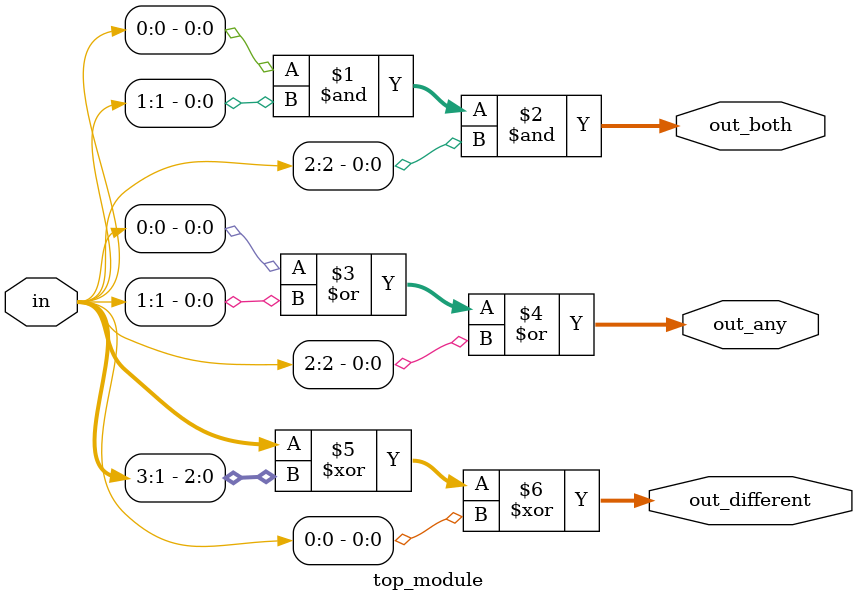
<source format=sv>
module top_module (
  input [3:0] in,
  output [2:0] out_both,
  output [3:1] out_any,
  output [3:0] out_different
);

  assign out_both = in[0] & in[1] & in[2];
  assign out_any = in[0] | in[1] | in[2];
  assign out_different = in ^ in[3:1] ^ in[0];

endmodule

</source>
